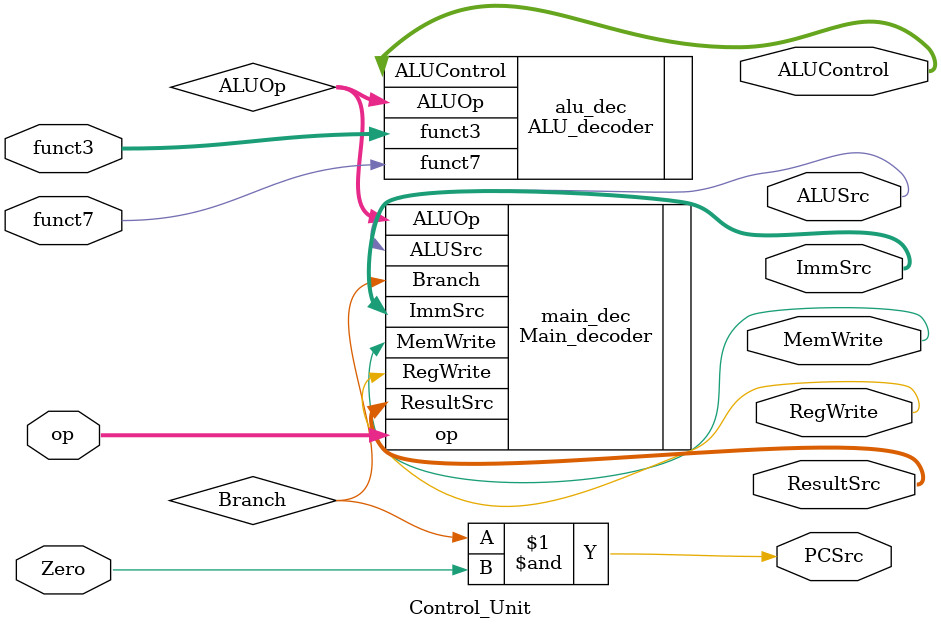
<source format=v>
`timescale 1ns / 1ps
(* keep_hierarchy = "yes" *)
module Control_Unit(
    input  [6:0] op,         // Opcode
    input  [2:0] funct3,     // Campo funct3
    input        funct7,     // Bit 30 (funct7[5])
    input        Zero,       // Bandera de cero de la ALU

    output       RegWrite,
    output [1:0] ImmSrc,
    output       ALUSrc,
    output       MemWrite,
    output [1:0] ResultSrc,
    output       PCSrc,      // Se�al para seleccionar PC siguiente
    output [2:0] ALUControl  // Se�al de control hacia la ALU
);

    // Se�al interna entre los decoders
    wire [1:0] ALUOp;
    wire       Branch;

    // =============================
    // Instancia del MAIN DECODER
    // =============================
    Main_decoder main_dec (
        .op(op),
        .RegWrite(RegWrite),
        .ImmSrc(ImmSrc),
        .ALUSrc(ALUSrc),
        .MemWrite(MemWrite),
        .ResultSrc(ResultSrc),
        .Branch(Branch),
        .ALUOp(ALUOp)
    );

    // =============================
    // Instancia del ALU DECODER
    // =============================
    ALU_decoder alu_dec (
        .funct3(funct3),
        .funct7(funct7),
        .ALUOp(ALUOp),
        .ALUControl(ALUControl)
    );

    // =============================
    // L�gica de PCSrc
    // =============================
    assign PCSrc = Branch & Zero;

endmodule


</source>
